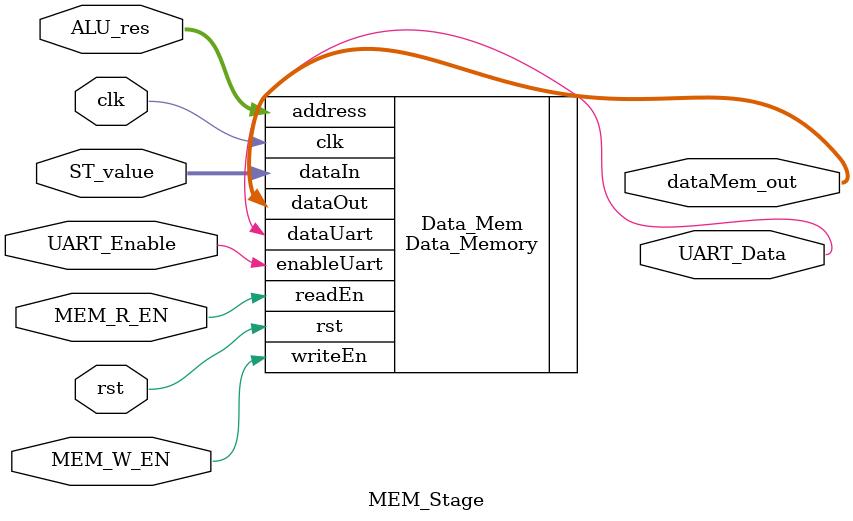
<source format=v>
`timescale 1ns / 1ps
module MEM_Stage(clk, rst, MEM_R_EN, MEM_W_EN, ALU_res, ST_value, dataMem_out, UART_Data, UART_Enable
    );
	input clk, rst, MEM_R_EN, MEM_W_EN,UART_Enable;
   input [31:0] ALU_res, ST_value;
   output [31:0]  dataMem_out;
	output UART_Data;

	Data_Memory Data_Mem (.clk(clk),.rst(rst),.writeEn(MEM_W_EN),.readEn(MEM_R_EN),.address(ALU_res),.dataIn(ST_value),.dataOut(dataMem_out),.dataUart(UART_Data),.enableUart(UART_Enable));
	
endmodule

</source>
